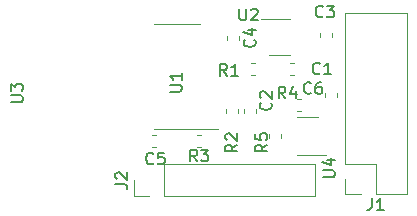
<source format=gbr>
%TF.GenerationSoftware,KiCad,Pcbnew,5.1.6-c6e7f7d~86~ubuntu18.04.1*%
%TF.CreationDate,2021-01-06T00:21:07-08:00*%
%TF.ProjectId,pmod_spdif,706d6f64-5f73-4706-9469-662e6b696361,rev?*%
%TF.SameCoordinates,Original*%
%TF.FileFunction,Legend,Top*%
%TF.FilePolarity,Positive*%
%FSLAX46Y46*%
G04 Gerber Fmt 4.6, Leading zero omitted, Abs format (unit mm)*
G04 Created by KiCad (PCBNEW 5.1.6-c6e7f7d~86~ubuntu18.04.1) date 2021-01-06 00:21:07*
%MOMM*%
%LPD*%
G01*
G04 APERTURE LIST*
%ADD10C,0.120000*%
%ADD11C,0.150000*%
G04 APERTURE END LIST*
D10*
%TO.C,C6*%
X158621000Y-60421733D02*
X158621000Y-60764267D01*
X159641000Y-60421733D02*
X159641000Y-60764267D01*
%TO.C,U2*%
X155634000Y-54182000D02*
X153204000Y-54182000D01*
X153874000Y-57252000D02*
X155634000Y-57252000D01*
%TO.C,J2*%
X157794000Y-69148000D02*
X157794000Y-66488000D01*
X145034000Y-69148000D02*
X157794000Y-69148000D01*
X145034000Y-66488000D02*
X157794000Y-66488000D01*
X145034000Y-69148000D02*
X145034000Y-66488000D01*
X143764000Y-69148000D02*
X142434000Y-69148000D01*
X142434000Y-69148000D02*
X142434000Y-67818000D01*
%TO.C,U4*%
X156242000Y-65684000D02*
X158692000Y-65684000D01*
X158042000Y-62464000D02*
X156242000Y-62464000D01*
%TO.C,R5*%
X154942000Y-64292267D02*
X154942000Y-63949733D01*
X153922000Y-64292267D02*
X153922000Y-63949733D01*
%TO.C,R4*%
X156278733Y-61978000D02*
X156621267Y-61978000D01*
X156278733Y-60958000D02*
X156621267Y-60958000D01*
%TO.C,J1*%
X160341000Y-69021000D02*
X161671000Y-69021000D01*
X160341000Y-67691000D02*
X160341000Y-69021000D01*
X162941000Y-69021000D02*
X165541000Y-69021000D01*
X162941000Y-66421000D02*
X162941000Y-69021000D01*
X160341000Y-66421000D02*
X162941000Y-66421000D01*
X165541000Y-69021000D02*
X165541000Y-53661000D01*
X160341000Y-66421000D02*
X160341000Y-53661000D01*
X160341000Y-53661000D02*
X165541000Y-53661000D01*
%TO.C,C5*%
X143987733Y-65026000D02*
X144330267Y-65026000D01*
X143987733Y-64006000D02*
X144330267Y-64006000D01*
%TO.C,U1*%
X146115000Y-63490000D02*
X149565000Y-63490000D01*
X146115000Y-63490000D02*
X144165000Y-63490000D01*
X146115000Y-54620000D02*
X148065000Y-54620000D01*
X146115000Y-54620000D02*
X144165000Y-54620000D01*
%TO.C,R3*%
X147797733Y-65026000D02*
X148140267Y-65026000D01*
X147797733Y-64006000D02*
X148140267Y-64006000D01*
%TO.C,R2*%
X151259000Y-62133267D02*
X151259000Y-61790733D01*
X150239000Y-62133267D02*
X150239000Y-61790733D01*
%TO.C,R1*%
X152712267Y-57910000D02*
X152369733Y-57910000D01*
X152712267Y-58930000D02*
X152369733Y-58930000D01*
%TO.C,C4*%
X150366000Y-55595733D02*
X150366000Y-55938267D01*
X151386000Y-55595733D02*
X151386000Y-55938267D01*
%TO.C,C3*%
X158240000Y-55341733D02*
X158240000Y-55684267D01*
X159260000Y-55341733D02*
X159260000Y-55684267D01*
%TO.C,C2*%
X151763000Y-61790733D02*
X151763000Y-62133267D01*
X152783000Y-61790733D02*
X152783000Y-62133267D01*
%TO.C,C1*%
X156014267Y-57910000D02*
X155671733Y-57910000D01*
X156014267Y-58930000D02*
X155671733Y-58930000D01*
%TO.C,C6*%
D11*
X157440333Y-60428142D02*
X157392714Y-60475761D01*
X157249857Y-60523380D01*
X157154619Y-60523380D01*
X157011761Y-60475761D01*
X156916523Y-60380523D01*
X156868904Y-60285285D01*
X156821285Y-60094809D01*
X156821285Y-59951952D01*
X156868904Y-59761476D01*
X156916523Y-59666238D01*
X157011761Y-59571000D01*
X157154619Y-59523380D01*
X157249857Y-59523380D01*
X157392714Y-59571000D01*
X157440333Y-59618619D01*
X158297476Y-59523380D02*
X158107000Y-59523380D01*
X158011761Y-59571000D01*
X157964142Y-59618619D01*
X157868904Y-59761476D01*
X157821285Y-59951952D01*
X157821285Y-60332904D01*
X157868904Y-60428142D01*
X157916523Y-60475761D01*
X158011761Y-60523380D01*
X158202238Y-60523380D01*
X158297476Y-60475761D01*
X158345095Y-60428142D01*
X158392714Y-60332904D01*
X158392714Y-60094809D01*
X158345095Y-59999571D01*
X158297476Y-59951952D01*
X158202238Y-59904333D01*
X158011761Y-59904333D01*
X157916523Y-59951952D01*
X157868904Y-59999571D01*
X157821285Y-60094809D01*
%TO.C,U3*%
X132032380Y-61213904D02*
X132841904Y-61213904D01*
X132937142Y-61166285D01*
X132984761Y-61118666D01*
X133032380Y-61023428D01*
X133032380Y-60832952D01*
X132984761Y-60737714D01*
X132937142Y-60690095D01*
X132841904Y-60642476D01*
X132032380Y-60642476D01*
X132032380Y-60261523D02*
X132032380Y-59642476D01*
X132413333Y-59975809D01*
X132413333Y-59832952D01*
X132460952Y-59737714D01*
X132508571Y-59690095D01*
X132603809Y-59642476D01*
X132841904Y-59642476D01*
X132937142Y-59690095D01*
X132984761Y-59737714D01*
X133032380Y-59832952D01*
X133032380Y-60118666D01*
X132984761Y-60213904D01*
X132937142Y-60261523D01*
%TO.C,U2*%
X151384095Y-53300380D02*
X151384095Y-54109904D01*
X151431714Y-54205142D01*
X151479333Y-54252761D01*
X151574571Y-54300380D01*
X151765047Y-54300380D01*
X151860285Y-54252761D01*
X151907904Y-54205142D01*
X151955523Y-54109904D01*
X151955523Y-53300380D01*
X152384095Y-53395619D02*
X152431714Y-53348000D01*
X152526952Y-53300380D01*
X152765047Y-53300380D01*
X152860285Y-53348000D01*
X152907904Y-53395619D01*
X152955523Y-53490857D01*
X152955523Y-53586095D01*
X152907904Y-53728952D01*
X152336476Y-54300380D01*
X152955523Y-54300380D01*
%TO.C,J2*%
X140886380Y-68151333D02*
X141600666Y-68151333D01*
X141743523Y-68198952D01*
X141838761Y-68294190D01*
X141886380Y-68437047D01*
X141886380Y-68532285D01*
X140981619Y-67722761D02*
X140934000Y-67675142D01*
X140886380Y-67579904D01*
X140886380Y-67341809D01*
X140934000Y-67246571D01*
X140981619Y-67198952D01*
X141076857Y-67151333D01*
X141172095Y-67151333D01*
X141314952Y-67198952D01*
X141886380Y-67770380D01*
X141886380Y-67151333D01*
%TO.C,U4*%
X158456380Y-67563904D02*
X159265904Y-67563904D01*
X159361142Y-67516285D01*
X159408761Y-67468666D01*
X159456380Y-67373428D01*
X159456380Y-67182952D01*
X159408761Y-67087714D01*
X159361142Y-67040095D01*
X159265904Y-66992476D01*
X158456380Y-66992476D01*
X158789714Y-66087714D02*
X159456380Y-66087714D01*
X158408761Y-66325809D02*
X159123047Y-66563904D01*
X159123047Y-65944857D01*
%TO.C,R5*%
X153741380Y-64809666D02*
X153265190Y-65143000D01*
X153741380Y-65381095D02*
X152741380Y-65381095D01*
X152741380Y-65000142D01*
X152789000Y-64904904D01*
X152836619Y-64857285D01*
X152931857Y-64809666D01*
X153074714Y-64809666D01*
X153169952Y-64857285D01*
X153217571Y-64904904D01*
X153265190Y-65000142D01*
X153265190Y-65381095D01*
X152741380Y-63904904D02*
X152741380Y-64381095D01*
X153217571Y-64428714D01*
X153169952Y-64381095D01*
X153122333Y-64285857D01*
X153122333Y-64047761D01*
X153169952Y-63952523D01*
X153217571Y-63904904D01*
X153312809Y-63857285D01*
X153550904Y-63857285D01*
X153646142Y-63904904D01*
X153693761Y-63952523D01*
X153741380Y-64047761D01*
X153741380Y-64285857D01*
X153693761Y-64381095D01*
X153646142Y-64428714D01*
%TO.C,R4*%
X155281333Y-60904380D02*
X154948000Y-60428190D01*
X154709904Y-60904380D02*
X154709904Y-59904380D01*
X155090857Y-59904380D01*
X155186095Y-59952000D01*
X155233714Y-59999619D01*
X155281333Y-60094857D01*
X155281333Y-60237714D01*
X155233714Y-60332952D01*
X155186095Y-60380571D01*
X155090857Y-60428190D01*
X154709904Y-60428190D01*
X156138476Y-60237714D02*
X156138476Y-60904380D01*
X155900380Y-59856761D02*
X155662285Y-60571047D01*
X156281333Y-60571047D01*
%TO.C,J1*%
X162607666Y-69346380D02*
X162607666Y-70060666D01*
X162560047Y-70203523D01*
X162464809Y-70298761D01*
X162321952Y-70346380D01*
X162226714Y-70346380D01*
X163607666Y-70346380D02*
X163036238Y-70346380D01*
X163321952Y-70346380D02*
X163321952Y-69346380D01*
X163226714Y-69489238D01*
X163131476Y-69584476D01*
X163036238Y-69632095D01*
%TO.C,C5*%
X144105333Y-66397142D02*
X144057714Y-66444761D01*
X143914857Y-66492380D01*
X143819619Y-66492380D01*
X143676761Y-66444761D01*
X143581523Y-66349523D01*
X143533904Y-66254285D01*
X143486285Y-66063809D01*
X143486285Y-65920952D01*
X143533904Y-65730476D01*
X143581523Y-65635238D01*
X143676761Y-65540000D01*
X143819619Y-65492380D01*
X143914857Y-65492380D01*
X144057714Y-65540000D01*
X144105333Y-65587619D01*
X145010095Y-65492380D02*
X144533904Y-65492380D01*
X144486285Y-65968571D01*
X144533904Y-65920952D01*
X144629142Y-65873333D01*
X144867238Y-65873333D01*
X144962476Y-65920952D01*
X145010095Y-65968571D01*
X145057714Y-66063809D01*
X145057714Y-66301904D01*
X145010095Y-66397142D01*
X144962476Y-66444761D01*
X144867238Y-66492380D01*
X144629142Y-66492380D01*
X144533904Y-66444761D01*
X144486285Y-66397142D01*
%TO.C,U1*%
X145502380Y-60324904D02*
X146311904Y-60324904D01*
X146407142Y-60277285D01*
X146454761Y-60229666D01*
X146502380Y-60134428D01*
X146502380Y-59943952D01*
X146454761Y-59848714D01*
X146407142Y-59801095D01*
X146311904Y-59753476D01*
X145502380Y-59753476D01*
X146502380Y-58753476D02*
X146502380Y-59324904D01*
X146502380Y-59039190D02*
X145502380Y-59039190D01*
X145645238Y-59134428D01*
X145740476Y-59229666D01*
X145788095Y-59324904D01*
%TO.C,R3*%
X147802333Y-66238380D02*
X147469000Y-65762190D01*
X147230904Y-66238380D02*
X147230904Y-65238380D01*
X147611857Y-65238380D01*
X147707095Y-65286000D01*
X147754714Y-65333619D01*
X147802333Y-65428857D01*
X147802333Y-65571714D01*
X147754714Y-65666952D01*
X147707095Y-65714571D01*
X147611857Y-65762190D01*
X147230904Y-65762190D01*
X148135666Y-65238380D02*
X148754714Y-65238380D01*
X148421380Y-65619333D01*
X148564238Y-65619333D01*
X148659476Y-65666952D01*
X148707095Y-65714571D01*
X148754714Y-65809809D01*
X148754714Y-66047904D01*
X148707095Y-66143142D01*
X148659476Y-66190761D01*
X148564238Y-66238380D01*
X148278523Y-66238380D01*
X148183285Y-66190761D01*
X148135666Y-66143142D01*
%TO.C,R2*%
X151201380Y-64809666D02*
X150725190Y-65143000D01*
X151201380Y-65381095D02*
X150201380Y-65381095D01*
X150201380Y-65000142D01*
X150249000Y-64904904D01*
X150296619Y-64857285D01*
X150391857Y-64809666D01*
X150534714Y-64809666D01*
X150629952Y-64857285D01*
X150677571Y-64904904D01*
X150725190Y-65000142D01*
X150725190Y-65381095D01*
X150296619Y-64428714D02*
X150249000Y-64381095D01*
X150201380Y-64285857D01*
X150201380Y-64047761D01*
X150249000Y-63952523D01*
X150296619Y-63904904D01*
X150391857Y-63857285D01*
X150487095Y-63857285D01*
X150629952Y-63904904D01*
X151201380Y-64476333D01*
X151201380Y-63857285D01*
%TO.C,R1*%
X150328333Y-58999380D02*
X149995000Y-58523190D01*
X149756904Y-58999380D02*
X149756904Y-57999380D01*
X150137857Y-57999380D01*
X150233095Y-58047000D01*
X150280714Y-58094619D01*
X150328333Y-58189857D01*
X150328333Y-58332714D01*
X150280714Y-58427952D01*
X150233095Y-58475571D01*
X150137857Y-58523190D01*
X149756904Y-58523190D01*
X151280714Y-58999380D02*
X150709285Y-58999380D01*
X150995000Y-58999380D02*
X150995000Y-57999380D01*
X150899761Y-58142238D01*
X150804523Y-58237476D01*
X150709285Y-58285095D01*
%TO.C,C4*%
X152663142Y-55933666D02*
X152710761Y-55981285D01*
X152758380Y-56124142D01*
X152758380Y-56219380D01*
X152710761Y-56362238D01*
X152615523Y-56457476D01*
X152520285Y-56505095D01*
X152329809Y-56552714D01*
X152186952Y-56552714D01*
X151996476Y-56505095D01*
X151901238Y-56457476D01*
X151806000Y-56362238D01*
X151758380Y-56219380D01*
X151758380Y-56124142D01*
X151806000Y-55981285D01*
X151853619Y-55933666D01*
X152091714Y-55076523D02*
X152758380Y-55076523D01*
X151710761Y-55314619D02*
X152425047Y-55552714D01*
X152425047Y-54933666D01*
%TO.C,C3*%
X158456333Y-53951142D02*
X158408714Y-53998761D01*
X158265857Y-54046380D01*
X158170619Y-54046380D01*
X158027761Y-53998761D01*
X157932523Y-53903523D01*
X157884904Y-53808285D01*
X157837285Y-53617809D01*
X157837285Y-53474952D01*
X157884904Y-53284476D01*
X157932523Y-53189238D01*
X158027761Y-53094000D01*
X158170619Y-53046380D01*
X158265857Y-53046380D01*
X158408714Y-53094000D01*
X158456333Y-53141619D01*
X158789666Y-53046380D02*
X159408714Y-53046380D01*
X159075380Y-53427333D01*
X159218238Y-53427333D01*
X159313476Y-53474952D01*
X159361095Y-53522571D01*
X159408714Y-53617809D01*
X159408714Y-53855904D01*
X159361095Y-53951142D01*
X159313476Y-53998761D01*
X159218238Y-54046380D01*
X158932523Y-54046380D01*
X158837285Y-53998761D01*
X158789666Y-53951142D01*
%TO.C,C2*%
X154027142Y-61253666D02*
X154074761Y-61301285D01*
X154122380Y-61444142D01*
X154122380Y-61539380D01*
X154074761Y-61682238D01*
X153979523Y-61777476D01*
X153884285Y-61825095D01*
X153693809Y-61872714D01*
X153550952Y-61872714D01*
X153360476Y-61825095D01*
X153265238Y-61777476D01*
X153170000Y-61682238D01*
X153122380Y-61539380D01*
X153122380Y-61444142D01*
X153170000Y-61301285D01*
X153217619Y-61253666D01*
X153217619Y-60872714D02*
X153170000Y-60825095D01*
X153122380Y-60729857D01*
X153122380Y-60491761D01*
X153170000Y-60396523D01*
X153217619Y-60348904D01*
X153312857Y-60301285D01*
X153408095Y-60301285D01*
X153550952Y-60348904D01*
X154122380Y-60920333D01*
X154122380Y-60301285D01*
%TO.C,C1*%
X158202333Y-58777142D02*
X158154714Y-58824761D01*
X158011857Y-58872380D01*
X157916619Y-58872380D01*
X157773761Y-58824761D01*
X157678523Y-58729523D01*
X157630904Y-58634285D01*
X157583285Y-58443809D01*
X157583285Y-58300952D01*
X157630904Y-58110476D01*
X157678523Y-58015238D01*
X157773761Y-57920000D01*
X157916619Y-57872380D01*
X158011857Y-57872380D01*
X158154714Y-57920000D01*
X158202333Y-57967619D01*
X159154714Y-58872380D02*
X158583285Y-58872380D01*
X158869000Y-58872380D02*
X158869000Y-57872380D01*
X158773761Y-58015238D01*
X158678523Y-58110476D01*
X158583285Y-58158095D01*
%TD*%
M02*

</source>
